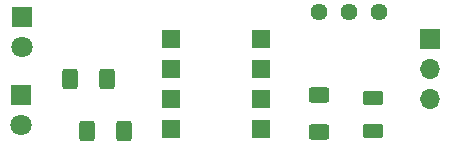
<source format=gbr>
%TF.GenerationSoftware,KiCad,Pcbnew,8.0.7*%
%TF.CreationDate,2026-02-24T14:52:02+05:30*%
%TF.ProjectId,IR Sensor,49522053-656e-4736-9f72-2e6b69636164,rev?*%
%TF.SameCoordinates,Original*%
%TF.FileFunction,Soldermask,Top*%
%TF.FilePolarity,Negative*%
%FSLAX46Y46*%
G04 Gerber Fmt 4.6, Leading zero omitted, Abs format (unit mm)*
G04 Created by KiCad (PCBNEW 8.0.7) date 2026-02-24 14:52:02*
%MOMM*%
%LPD*%
G01*
G04 APERTURE LIST*
G04 Aperture macros list*
%AMRoundRect*
0 Rectangle with rounded corners*
0 $1 Rounding radius*
0 $2 $3 $4 $5 $6 $7 $8 $9 X,Y pos of 4 corners*
0 Add a 4 corners polygon primitive as box body*
4,1,4,$2,$3,$4,$5,$6,$7,$8,$9,$2,$3,0*
0 Add four circle primitives for the rounded corners*
1,1,$1+$1,$2,$3*
1,1,$1+$1,$4,$5*
1,1,$1+$1,$6,$7*
1,1,$1+$1,$8,$9*
0 Add four rect primitives between the rounded corners*
20,1,$1+$1,$2,$3,$4,$5,0*
20,1,$1+$1,$4,$5,$6,$7,0*
20,1,$1+$1,$6,$7,$8,$9,0*
20,1,$1+$1,$8,$9,$2,$3,0*%
G04 Aperture macros list end*
%ADD10C,1.440000*%
%ADD11RoundRect,0.250000X-0.400000X-0.625000X0.400000X-0.625000X0.400000X0.625000X-0.400000X0.625000X0*%
%ADD12R,1.800000X1.800000*%
%ADD13C,1.800000*%
%ADD14RoundRect,0.250000X0.400000X0.625000X-0.400000X0.625000X-0.400000X-0.625000X0.400000X-0.625000X0*%
%ADD15RoundRect,0.250000X-0.625000X0.375000X-0.625000X-0.375000X0.625000X-0.375000X0.625000X0.375000X0*%
%ADD16R,1.700000X1.700000*%
%ADD17O,1.700000X1.700000*%
%ADD18R,1.600000X1.600000*%
%ADD19RoundRect,0.250000X0.625000X-0.400000X0.625000X0.400000X-0.625000X0.400000X-0.625000X-0.400000X0*%
G04 APERTURE END LIST*
D10*
%TO.C,RV1*%
X144476868Y-57465593D03*
X141936868Y-57465593D03*
X139396868Y-57465593D03*
%TD*%
D11*
%TO.C,R1*%
X119754167Y-67547821D03*
X122854167Y-67547821D03*
%TD*%
D12*
%TO.C,D1*%
X114161931Y-64502840D03*
D13*
X114161931Y-67042840D03*
%TD*%
D12*
%TO.C,D2*%
X114189867Y-57882102D03*
D13*
X114189867Y-60422102D03*
%TD*%
D14*
%TO.C,R2*%
X121401516Y-63133996D03*
X118301516Y-63133996D03*
%TD*%
D15*
%TO.C,D3*%
X143941051Y-64698862D03*
X143941051Y-67498862D03*
%TD*%
D16*
%TO.C,J1*%
X148760415Y-59704166D03*
D17*
X148760415Y-62244166D03*
X148760415Y-64784166D03*
%TD*%
D18*
%TO.C,LM358*%
X126852641Y-59755339D03*
X126852641Y-62295339D03*
X126852641Y-64835339D03*
X126852641Y-67375339D03*
X134472641Y-67375339D03*
X134472641Y-64835339D03*
X134472641Y-62295339D03*
X134472641Y-59755339D03*
%TD*%
D19*
%TO.C,R3*%
X139336645Y-67608166D03*
X139336645Y-64508166D03*
%TD*%
M02*

</source>
